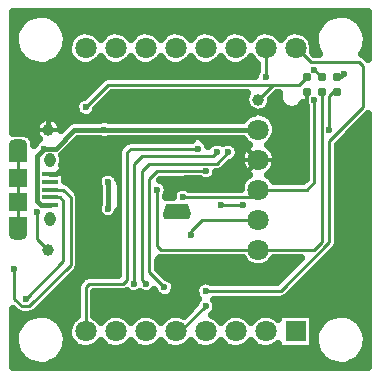
<source format=gtl>
G04 DipTrace 2.3.1.0*
%INminishiftmaster_Top.gtl*%
%MOIN*%
%ADD13C,0.01*%
%ADD14C,0.0157*%
%ADD15C,0.016*%
%ADD16C,0.025*%
%ADD17C,0.013*%
%ADD20R,0.0531X0.0157*%
%ADD21O,0.0374X0.0492*%
%ADD22O,0.061X0.0394*%
%ADD23R,0.061X0.0571*%
%ADD24R,0.061X0.0591*%
%ADD25C,0.0709*%
%ADD26C,0.0236*%
%ADD29R,0.0709X0.0709*%
%ADD32C,0.0394*%
%ADD33C,0.031*%
%FSLAX44Y44*%
G04*
G70*
G90*
G75*
G01*
%LNTop*%
%LPD*%
X4361Y7611D2*
D13*
Y6611D1*
X4611Y6361D1*
X4861D1*
X6236Y7736D1*
Y9986D1*
X5986Y10236D1*
X5549D1*
X4736Y6611D2*
X5986Y7861D1*
Y9861D1*
X5867Y9980D1*
X5549D1*
X12486Y11236D2*
X13861D1*
X14111Y11486D1*
Y13486D1*
X5549Y10748D2*
D14*
X5748D1*
D15*
X5986Y10986D1*
Y11361D1*
X6486Y11861D1*
X7861D1*
X7986Y11986D1*
X11736D1*
X12486Y11236D1*
X7861Y10491D2*
Y11861D1*
X11361Y10361D2*
X11611D1*
X12486Y11236D1*
X6861Y13486D2*
X6111D1*
X5861Y13236D1*
X8986Y13111D2*
X8486Y12611D1*
X6486D1*
X5861Y13236D1*
X7861Y10491D2*
Y8361D1*
Y7486D1*
X6736Y8361D2*
X7861D1*
X5486Y12236D2*
Y12861D1*
X5861Y13236D1*
X12486Y9236D2*
D13*
X10611D1*
X10236Y8861D1*
Y8736D1*
X15111Y13986D2*
X15236D1*
X15361Y14111D1*
X5486Y8236D2*
X5111Y8611D1*
Y9486D1*
X12486Y8236D2*
X14361D1*
X14611Y8486D1*
Y13486D1*
X9111Y10236D2*
Y8361D1*
X9236Y8236D1*
X12486D1*
X11236Y9736D2*
X11986D1*
X10736Y10861D2*
X9111D1*
X8861Y10611D1*
Y7486D1*
X9361Y6986D1*
X4486Y11427D2*
Y10630D1*
Y9843D1*
Y9045D1*
Y8760D1*
Y11713D2*
Y11427D1*
X11486Y11486D2*
X11111Y11111D1*
X8861D1*
X8611Y10861D1*
Y7236D1*
X8736Y7111D1*
X8361D2*
Y11111D1*
X8611Y11361D1*
X10986D1*
X11111Y11486D1*
X12736Y13986D2*
Y14961D1*
X10486Y11611D2*
X8236D1*
X8111Y11486D1*
Y7236D1*
X7986Y7111D1*
X6861D1*
X6736Y6986D1*
Y5512D1*
X9736D2*
X9887D1*
X10736Y6361D1*
X13736Y14961D2*
X13762D1*
X14236Y14486D1*
X15861D1*
X15986Y14361D1*
Y12986D1*
X14861Y11861D1*
Y8486D1*
X13236Y6861D1*
X10736D1*
X14111Y13986D2*
X13861Y13736D1*
X12986D1*
X12486Y13236D1*
X12986Y13736D2*
X7486D1*
X6736Y12986D1*
X12486Y10236D2*
X14111D1*
X14361Y10486D1*
Y13236D1*
Y14236D2*
X14611Y13986D1*
X9986Y9986D2*
X12236D1*
X12486Y10236D1*
X14861Y12236D2*
Y13361D1*
X14986Y13486D1*
X15111D1*
X5549Y9724D2*
D14*
X5248D1*
D15*
X5111Y9861D1*
Y11361D1*
X5361Y11611D1*
X5736D1*
X6361Y12236D1*
X7361D1*
X12486D1*
X7486Y10486D2*
Y9611D1*
D26*
X4361Y7611D3*
X4736Y6611D3*
X7861Y10491D3*
X5986Y10986D3*
X11361Y10361D3*
X6861Y13486D3*
X5861Y13236D3*
X8986Y13111D3*
X5861Y13236D3*
X7861Y10491D3*
Y7486D3*
X6736Y8361D3*
X5861Y13236D3*
X10236Y8736D3*
X15361Y14111D3*
X5111Y9486D3*
X9111Y10236D3*
X11236Y9736D3*
X11986D3*
X10736Y10861D3*
X9361Y6986D3*
X11486Y11486D3*
X8736Y7111D3*
X8361D3*
X11111Y11486D3*
X12736Y13986D3*
X10486Y11611D3*
X10736Y6361D3*
Y6861D3*
X6736Y12986D3*
X14361Y13236D3*
Y14236D3*
X9986Y9986D3*
X14861Y12236D3*
X5361Y11611D3*
X7361Y12236D3*
X7486Y10486D3*
Y9611D3*
X9236Y7486D3*
X4347Y15902D2*
D16*
X4658D1*
X5814D2*
X14658D1*
X15814D2*
X16127D1*
X6021Y15653D2*
X14455D1*
X6111Y15405D2*
X6322D1*
X7150D2*
X7322D1*
X8150D2*
X8322D1*
X9150D2*
X9322D1*
X10150D2*
X10322D1*
X11150D2*
X11322D1*
X12150D2*
X12322D1*
X13150D2*
X13322D1*
X14150D2*
X14361D1*
X4347Y14658D2*
X4568D1*
X5903D2*
X6205D1*
X4347Y14410D2*
X4955D1*
X5517D2*
X6502D1*
X6970D2*
X7502D1*
X7970D2*
X8502D1*
X8970D2*
X9502D1*
X9970D2*
X10502D1*
X10970D2*
X11502D1*
X11970D2*
X12428D1*
X4347Y14161D2*
X12404D1*
X4347Y13912D2*
X7236D1*
X4347Y13664D2*
X6986D1*
X4347Y13415D2*
X6736D1*
X7591D2*
X12068D1*
X4347Y13166D2*
X6408D1*
X7345D2*
X12037D1*
X12939D2*
X13186D1*
X4347Y12918D2*
X6365D1*
X7107D2*
X12170D1*
X12802D2*
X13467D1*
X13755D2*
X14053D1*
X4347Y12669D2*
X6557D1*
X6915D2*
X12061D1*
X12911D2*
X14053D1*
X4347Y12420D2*
X5072D1*
X5903D2*
X6076D1*
X13071D2*
X14053D1*
X15849D2*
X16127D1*
X4347Y12172D2*
X5033D1*
X13099D2*
X14053D1*
X15599D2*
X16127D1*
X13009Y11923D2*
X14053D1*
X15353D2*
X16127D1*
X6271Y11674D2*
X7873D1*
X11810D2*
X12068D1*
X12903D2*
X14053D1*
X15173D2*
X16127D1*
X6021Y11426D2*
X7803D1*
X13068D2*
X14053D1*
X15173D2*
X16127D1*
X5997Y11177D2*
X7803D1*
X11681D2*
X11877D1*
X13099D2*
X14053D1*
X15173D2*
X16127D1*
X6075Y10928D2*
X7803D1*
X11357D2*
X11959D1*
X13013D2*
X14053D1*
X15173D2*
X16127D1*
X6075Y10679D2*
X7166D1*
X11064D2*
X12072D1*
X12900D2*
X14053D1*
X15173D2*
X16127D1*
X6220Y10431D2*
X7111D1*
X9431D2*
X11904D1*
X15173D2*
X16127D1*
X6470Y10182D2*
X7146D1*
X9486D2*
X9668D1*
X15173D2*
X16127D1*
X6548Y9933D2*
X7146D1*
X15173D2*
X16127D1*
X6548Y9685D2*
X7115D1*
X15173D2*
X16127D1*
X6548Y9436D2*
X7154D1*
X15173D2*
X16127D1*
X6548Y9187D2*
X7803D1*
X15173D2*
X16127D1*
X6548Y8939D2*
X7803D1*
X15173D2*
X16127D1*
X6548Y8690D2*
X7803D1*
X15173D2*
X16127D1*
X6548Y8441D2*
X7803D1*
X15169D2*
X16127D1*
X6548Y8193D2*
X7803D1*
X14997D2*
X16127D1*
X6548Y7944D2*
X7803D1*
X9173D2*
X11951D1*
X13025D2*
X13893D1*
X14747D2*
X16127D1*
X6544Y7695D2*
X7803D1*
X9173D2*
X12228D1*
X12743D2*
X13643D1*
X14497D2*
X16127D1*
X6376Y7447D2*
X7803D1*
X9329D2*
X13393D1*
X14251D2*
X16127D1*
X6126Y7198D2*
X6521D1*
X9669D2*
X10603D1*
X10868D2*
X13146D1*
X14001D2*
X16127D1*
X5876Y6949D2*
X6428D1*
X9736D2*
X10369D1*
X13751D2*
X16127D1*
X5630Y6700D2*
X6428D1*
X7048D2*
X9131D1*
X9595D2*
X10396D1*
X13505D2*
X16127D1*
X5380Y6452D2*
X6428D1*
X7048D2*
X10369D1*
X11103D2*
X16127D1*
X5130Y6203D2*
X6428D1*
X7048D2*
X10150D1*
X11075D2*
X16127D1*
X4347Y5954D2*
X4728D1*
X5743D2*
X6322D1*
X7150D2*
X7322D1*
X8150D2*
X8322D1*
X9150D2*
X9322D1*
X11150D2*
X11322D1*
X12150D2*
X12322D1*
X14349D2*
X14728D1*
X15743D2*
X16127D1*
X4347Y5706D2*
X4486D1*
X5989D2*
X6154D1*
X14349D2*
X14489D1*
X15989D2*
X16125D1*
X6079Y4960D2*
X6506D1*
X6966D2*
X7506D1*
X7966D2*
X8506D1*
X8966D2*
X9506D1*
X9966D2*
X10506D1*
X10966D2*
X11506D1*
X11966D2*
X12506D1*
X12966D2*
X13123D1*
X4347Y4711D2*
X4525D1*
X5946D2*
X14525D1*
X15946D2*
X16127D1*
X4347Y4462D2*
X4826D1*
X5646D2*
X14826D1*
X15646D2*
X16127D1*
X5959Y11062D2*
X6050D1*
Y10514D1*
X6173Y10452D1*
X6438Y10188D1*
X6505Y10079D1*
X6485Y10125D1*
X6521Y9986D1*
Y7736D1*
X6492Y7612D1*
X6510Y7659D1*
X6438Y7535D1*
X5063Y6160D1*
X4954Y6093D1*
X5000Y6112D1*
X4861Y6076D1*
X4611D1*
X4487Y6106D1*
X4534Y6087D1*
X4410Y6160D1*
X4324Y6245D1*
X4322Y4322D1*
X16151D1*
Y12748D1*
X15146Y11736D1*
Y8486D1*
X15117Y8362D1*
X15135Y8409D1*
X15063Y8285D1*
X13438Y6660D1*
X13329Y6593D1*
X13375Y6612D1*
X13236Y6576D1*
X11014D1*
X11077Y6454D1*
X11089Y6361D1*
X11067Y6239D1*
X11004Y6132D1*
X10929Y6070D1*
X11064Y6001D1*
X11160Y5921D1*
X11234Y5826D1*
X11365Y5969D1*
X11469Y6037D1*
X11586Y6082D1*
X11709Y6101D1*
X11834Y6093D1*
X11954Y6060D1*
X12064Y6001D1*
X12160Y5921D1*
X12234Y5826D1*
X12365Y5969D1*
X12469Y6037D1*
X12586Y6082D1*
X12709Y6101D1*
X12834Y6093D1*
X12954Y6060D1*
X13064Y6001D1*
X13145Y5934D1*
X13147Y6101D1*
X14326D1*
Y4922D1*
X13147D1*
Y5090D1*
X13024Y4998D1*
X12909Y4948D1*
X12787Y4925D1*
X12662Y4927D1*
X12541Y4956D1*
X12428Y5009D1*
X12329Y5086D1*
X12236Y5205D1*
X12210Y5162D1*
X12126Y5070D1*
X12024Y4998D1*
X11909Y4948D1*
X11787Y4925D1*
X11662Y4927D1*
X11541Y4956D1*
X11428Y5009D1*
X11329Y5086D1*
X11236Y5205D1*
X11210Y5162D1*
X11126Y5070D1*
X11024Y4998D1*
X10909Y4948D1*
X10787Y4925D1*
X10662Y4927D1*
X10541Y4956D1*
X10428Y5009D1*
X10329Y5086D1*
X10236Y5205D1*
X10210Y5162D1*
X10126Y5070D1*
X10024Y4998D1*
X9909Y4948D1*
X9787Y4925D1*
X9662Y4927D1*
X9541Y4956D1*
X9428Y5009D1*
X9329Y5086D1*
X9236Y5205D1*
X9210Y5162D1*
X9126Y5070D1*
X9024Y4998D1*
X8909Y4948D1*
X8787Y4925D1*
X8662Y4927D1*
X8541Y4956D1*
X8428Y5009D1*
X8329Y5086D1*
X8236Y5205D1*
X8210Y5162D1*
X8126Y5070D1*
X8024Y4998D1*
X7909Y4948D1*
X7787Y4925D1*
X7662Y4927D1*
X7541Y4956D1*
X7428Y5009D1*
X7329Y5086D1*
X7236Y5205D1*
X7210Y5162D1*
X7126Y5070D1*
X7024Y4998D1*
X6909Y4948D1*
X6787Y4925D1*
X6662Y4927D1*
X6541Y4956D1*
X6428Y5009D1*
X6329Y5086D1*
X6249Y5181D1*
X6190Y5291D1*
X6156Y5411D1*
X6147Y5535D1*
X6166Y5659D1*
X6209Y5776D1*
X6277Y5881D1*
X6365Y5969D1*
X6453Y6027D1*
X6451Y6986D1*
X6481Y7110D1*
X6535Y7188D1*
X6660Y7313D1*
X6761Y7377D1*
X6722Y7360D1*
X6861Y7396D1*
X7826D1*
Y9514D1*
X7754Y9382D1*
X7658Y9303D1*
X7541Y9262D1*
X7416Y9265D1*
X7301Y9311D1*
X7208Y9394D1*
X7150Y9504D1*
X7133Y9627D1*
X7171Y9765D1*
Y10326D1*
X7150Y10379D1*
X7133Y10502D1*
X7161Y10623D1*
X7228Y10728D1*
X7328Y10802D1*
X7447Y10837D1*
X7571Y10829D1*
X7685Y10778D1*
X7774Y10691D1*
X7825Y10582D1*
X7826Y11486D1*
X7856Y11610D1*
X7910Y11688D1*
X8035Y11813D1*
X8136Y11877D1*
X8097Y11860D1*
X8236Y11896D1*
X10279D1*
X10236Y11921D1*
X7521D1*
X7416Y11887D1*
X7291Y11890D1*
X7215Y11920D1*
X6490Y11921D1*
X5956Y11386D1*
X5971Y11280D1*
X5967Y11161D1*
X5957Y11065D1*
X4324Y12139D2*
X4378Y12141D1*
X4594Y12144D1*
X4684Y12135D1*
X4801Y12092D1*
X4900Y12017D1*
X4954Y11946D1*
X5026Y11948D1*
Y11725D1*
X5103Y11853D1*
X5194Y11920D1*
X5128Y11994D1*
X5082Y12083D1*
X5058Y12180D1*
X5057Y12279D1*
X5078Y12377D1*
X5121Y12467D1*
X5184Y12544D1*
X5263Y12606D1*
X5353Y12647D1*
X5451Y12667D1*
X5551Y12663D1*
X5647Y12637D1*
X5735Y12589D1*
X5809Y12523D1*
X5866Y12441D1*
X5903Y12348D1*
X5918Y12238D1*
X6138Y12459D1*
X6242Y12528D1*
X6361Y12551D1*
X7203Y12552D1*
X7322Y12587D1*
X7446Y12579D1*
X7507Y12552D1*
X11990Y12551D1*
X12027Y12605D1*
X12115Y12694D1*
X12219Y12762D1*
X12336Y12806D1*
X12394Y12815D1*
X12296Y12848D1*
X12193Y12919D1*
X12115Y13015D1*
X12067Y13131D1*
X12055Y13255D1*
X12078Y13377D1*
X12111Y13451D1*
X7599Y13446D1*
X7083Y12930D1*
X7067Y12864D1*
X7004Y12757D1*
X6908Y12678D1*
X6791Y12637D1*
X6666Y12640D1*
X6551Y12686D1*
X6458Y12769D1*
X6400Y12879D1*
X6383Y13002D1*
X6411Y13123D1*
X6478Y13228D1*
X6578Y13302D1*
X6679Y13332D1*
X7285Y13938D1*
X7393Y14005D1*
X7347Y13985D1*
X7486Y14021D1*
X12389D1*
X12411Y14123D1*
X12451Y14185D1*
Y14443D1*
X12329Y14534D1*
X12236Y14654D1*
X12210Y14610D1*
X12126Y14518D1*
X12024Y14446D1*
X11909Y14397D1*
X11787Y14373D1*
X11662Y14376D1*
X11541Y14405D1*
X11428Y14458D1*
X11329Y14534D1*
X11236Y14654D1*
X11210Y14610D1*
X11126Y14518D1*
X11024Y14446D1*
X10909Y14397D1*
X10787Y14373D1*
X10662Y14376D1*
X10541Y14405D1*
X10428Y14458D1*
X10329Y14534D1*
X10236Y14654D1*
X10210Y14610D1*
X10126Y14518D1*
X10024Y14446D1*
X9909Y14397D1*
X9787Y14373D1*
X9662Y14376D1*
X9541Y14405D1*
X9428Y14458D1*
X9329Y14534D1*
X9236Y14654D1*
X9210Y14610D1*
X9126Y14518D1*
X9024Y14446D1*
X8909Y14397D1*
X8787Y14373D1*
X8662Y14376D1*
X8541Y14405D1*
X8428Y14458D1*
X8329Y14534D1*
X8236Y14654D1*
X8210Y14610D1*
X8126Y14518D1*
X8024Y14446D1*
X7909Y14397D1*
X7787Y14373D1*
X7662Y14376D1*
X7541Y14405D1*
X7428Y14458D1*
X7329Y14534D1*
X7236Y14654D1*
X7210Y14610D1*
X7126Y14518D1*
X7024Y14446D1*
X6909Y14397D1*
X6787Y14373D1*
X6662Y14376D1*
X6541Y14405D1*
X6428Y14458D1*
X6329Y14534D1*
X6249Y14630D1*
X6190Y14740D1*
X6156Y14860D1*
X6147Y14984D1*
X6166Y15108D1*
X6209Y15224D1*
X6277Y15330D1*
X6365Y15418D1*
X6469Y15486D1*
X6586Y15530D1*
X6709Y15549D1*
X6834Y15542D1*
X6954Y15508D1*
X7064Y15450D1*
X7160Y15370D1*
X7234Y15275D1*
X7365Y15418D1*
X7469Y15486D1*
X7586Y15530D1*
X7709Y15549D1*
X7834Y15542D1*
X7954Y15508D1*
X8064Y15450D1*
X8160Y15370D1*
X8234Y15275D1*
X8365Y15418D1*
X8469Y15486D1*
X8586Y15530D1*
X8709Y15549D1*
X8834Y15542D1*
X8954Y15508D1*
X9064Y15450D1*
X9160Y15370D1*
X9234Y15275D1*
X9365Y15418D1*
X9469Y15486D1*
X9586Y15530D1*
X9709Y15549D1*
X9834Y15542D1*
X9954Y15508D1*
X10064Y15450D1*
X10160Y15370D1*
X10234Y15275D1*
X10365Y15418D1*
X10469Y15486D1*
X10586Y15530D1*
X10709Y15549D1*
X10834Y15542D1*
X10954Y15508D1*
X11064Y15450D1*
X11160Y15370D1*
X11234Y15275D1*
X11365Y15418D1*
X11469Y15486D1*
X11586Y15530D1*
X11709Y15549D1*
X11834Y15542D1*
X11954Y15508D1*
X12064Y15450D1*
X12160Y15370D1*
X12234Y15275D1*
X12365Y15418D1*
X12469Y15486D1*
X12586Y15530D1*
X12709Y15549D1*
X12834Y15542D1*
X12954Y15508D1*
X13064Y15450D1*
X13160Y15370D1*
X13234Y15275D1*
X13365Y15418D1*
X13469Y15486D1*
X13586Y15530D1*
X13709Y15549D1*
X13834Y15542D1*
X13954Y15508D1*
X14064Y15450D1*
X14160Y15370D1*
X14237Y15272D1*
X14291Y15160D1*
X14320Y15038D1*
X14326Y14961D1*
X14306Y14818D1*
X14361Y14771D1*
X14506D1*
X14438Y14903D1*
X14398Y15021D1*
X14376Y15144D1*
X14372Y15269D1*
X14386Y15393D1*
X14417Y15514D1*
X14465Y15629D1*
X14530Y15736D1*
X14609Y15832D1*
X14702Y15916D1*
X14805Y15986D1*
X14918Y16040D1*
X15037Y16078D1*
X15160Y16098D1*
X15285Y16100D1*
X15409Y16084D1*
X15529Y16050D1*
X15643Y15999D1*
X15749Y15933D1*
X15844Y15852D1*
X15926Y15758D1*
X15994Y15653D1*
X16046Y15540D1*
X16082Y15420D1*
X16101Y15236D1*
X16092Y15112D1*
X16065Y14990D1*
X16021Y14873D1*
X15954Y14754D1*
X16007Y14731D1*
X16150Y14601D1*
X16151Y16151D1*
X4322D1*
Y12139D1*
X13062Y12112D2*
X13023Y11994D1*
X12960Y11886D1*
X12876Y11794D1*
X12796Y11738D1*
X12892Y11663D1*
X12973Y11568D1*
X13032Y11458D1*
X13067Y11339D1*
X13075Y11211D1*
X13057Y11088D1*
X13013Y10971D1*
X12945Y10866D1*
X12857Y10778D1*
X12798Y10736D1*
X12910Y10646D1*
X12999Y10523D1*
X13990Y10521D1*
X14078Y10606D1*
X14076Y12236D1*
Y13029D1*
X14025Y13106D1*
X13986Y13117D1*
X13894Y13006D1*
X13789Y12939D1*
X13669Y12905D1*
X13545Y12906D1*
X13426Y12943D1*
X13322Y13012D1*
X13242Y13107D1*
X13192Y13221D1*
X13176Y13345D1*
X13193Y13448D1*
X13099Y13446D1*
X12914Y13261D1*
X12900Y13113D1*
X12848Y13000D1*
X12765Y12907D1*
X12660Y12841D1*
X12581Y12819D1*
X12704Y12784D1*
X12814Y12726D1*
X12910Y12646D1*
X12987Y12547D1*
X13041Y12435D1*
X13070Y12314D1*
X13076Y12236D1*
X13062Y12112D1*
X12175Y11736D2*
X12079Y11810D1*
X11989Y11922D1*
X10654Y11921D1*
X10685Y11903D1*
X10774Y11816D1*
X10828Y11695D1*
X10853Y11728D1*
X10953Y11802D1*
X11072Y11837D1*
X11196Y11829D1*
X11299Y11783D1*
X11328Y11802D1*
X11447Y11837D1*
X11571Y11829D1*
X11685Y11778D1*
X11774Y11691D1*
X11827Y11579D1*
X11839Y11486D1*
X11817Y11364D1*
X11754Y11257D1*
X11658Y11178D1*
X11537Y11137D1*
X11313Y10910D1*
X11204Y10843D1*
X11250Y10862D1*
X11111Y10826D1*
X11084D1*
X11067Y10739D1*
X11004Y10632D1*
X10908Y10553D1*
X10791Y10512D1*
X10666Y10515D1*
X10551Y10561D1*
X10530Y10579D1*
X9486Y10576D1*
X9224Y10571D1*
X9310Y10528D1*
X9399Y10441D1*
X9452Y10329D1*
X9464Y10236D1*
X9442Y10114D1*
X9397Y10037D1*
X9396Y9982D1*
X9631Y9987D1*
X9661Y10123D1*
X9728Y10228D1*
X9828Y10302D1*
X9947Y10337D1*
X10071Y10329D1*
X10193Y10270D1*
X11896Y10271D1*
X11916Y10383D1*
X11959Y10500D1*
X12027Y10605D1*
X12115Y10694D1*
X12177Y10734D1*
X12079Y10810D1*
X11999Y10905D1*
X11940Y11015D1*
X11906Y11135D1*
X11897Y11260D1*
X11916Y11383D1*
X11959Y11500D1*
X12027Y11605D1*
X12115Y11694D1*
X12175Y11737D1*
X12998Y7950D2*
X12960Y7886D1*
X12876Y7794D1*
X12774Y7722D1*
X12659Y7673D1*
X12537Y7649D1*
X12412Y7652D1*
X12291Y7680D1*
X12178Y7734D1*
X12079Y7810D1*
X11999Y7905D1*
X11975Y7950D1*
X9201Y7953D1*
X9146Y7861D1*
X9151Y7599D1*
X9414Y7337D1*
X9560Y7278D1*
X9649Y7191D1*
X9702Y7079D1*
X9714Y6986D1*
X9692Y6864D1*
X9629Y6757D1*
X9533Y6678D1*
X9416Y6637D1*
X9291Y6640D1*
X9176Y6686D1*
X9083Y6769D1*
X9025Y6879D1*
X9021Y6906D1*
X9004Y6882D1*
X8908Y6803D1*
X8791Y6762D1*
X8666Y6765D1*
X8548Y6813D1*
X8416Y6762D1*
X8291Y6765D1*
X8176Y6811D1*
X8121Y6860D1*
X8007Y6827D1*
X7021Y6826D1*
Y6029D1*
X7160Y5921D1*
X7234Y5826D1*
X7365Y5969D1*
X7469Y6037D1*
X7586Y6082D1*
X7709Y6101D1*
X7834Y6093D1*
X7954Y6060D1*
X8064Y6001D1*
X8160Y5921D1*
X8234Y5826D1*
X8365Y5969D1*
X8469Y6037D1*
X8586Y6082D1*
X8709Y6101D1*
X8834Y6093D1*
X8954Y6060D1*
X9064Y6001D1*
X9160Y5921D1*
X9234Y5826D1*
X9365Y5969D1*
X9469Y6037D1*
X9586Y6082D1*
X9709Y6101D1*
X9834Y6093D1*
X9954Y6060D1*
X10006Y6032D1*
X10390Y6418D1*
X10411Y6498D1*
X10488Y6610D1*
X10458Y6644D1*
X10400Y6754D1*
X10383Y6877D1*
X10411Y6998D1*
X10478Y7103D1*
X10578Y7177D1*
X10697Y7212D1*
X10821Y7204D1*
X10943Y7145D1*
X13115Y7146D1*
X13921Y7949D1*
X13006Y7951D1*
X6092Y15112D2*
X6065Y14990D1*
X6021Y14873D1*
X5961Y14764D1*
X5885Y14664D1*
X5796Y14577D1*
X5695Y14503D1*
X5585Y14445D1*
X5467Y14403D1*
X5345Y14378D1*
X5220Y14371D1*
X5096Y14383D1*
X4974Y14412D1*
X4858Y14458D1*
X4750Y14521D1*
X4652Y14598D1*
X4566Y14689D1*
X4495Y14791D1*
X4438Y14903D1*
X4398Y15021D1*
X4376Y15144D1*
X4372Y15269D1*
X4386Y15393D1*
X4417Y15514D1*
X4465Y15629D1*
X4530Y15736D1*
X4609Y15832D1*
X4702Y15916D1*
X4805Y15986D1*
X4918Y16040D1*
X5037Y16078D1*
X5160Y16098D1*
X5285Y16100D1*
X5409Y16084D1*
X5529Y16050D1*
X5643Y15999D1*
X5749Y15933D1*
X5844Y15852D1*
X5926Y15758D1*
X5994Y15653D1*
X6046Y15540D1*
X6082Y15420D1*
X6101Y15236D1*
X6092Y15112D1*
X16092Y5112D2*
X16065Y4990D1*
X16021Y4873D1*
X15961Y4764D1*
X15885Y4664D1*
X15796Y4577D1*
X15695Y4503D1*
X15585Y4445D1*
X15467Y4403D1*
X15345Y4378D1*
X15220Y4371D1*
X15096Y4383D1*
X14974Y4412D1*
X14858Y4458D1*
X14750Y4521D1*
X14652Y4598D1*
X14566Y4689D1*
X14495Y4791D1*
X14438Y4903D1*
X14398Y5021D1*
X14376Y5144D1*
X14372Y5269D1*
X14386Y5393D1*
X14417Y5514D1*
X14465Y5629D1*
X14530Y5736D1*
X14609Y5832D1*
X14702Y5916D1*
X14805Y5986D1*
X14918Y6040D1*
X15037Y6078D1*
X15160Y6098D1*
X15285Y6100D1*
X15409Y6084D1*
X15529Y6050D1*
X15643Y5999D1*
X15749Y5933D1*
X15844Y5852D1*
X15926Y5758D1*
X15994Y5653D1*
X16046Y5540D1*
X16082Y5420D1*
X16101Y5236D1*
X16092Y5112D1*
X6092D2*
X6065Y4990D1*
X6021Y4873D1*
X5961Y4764D1*
X5885Y4664D1*
X5796Y4577D1*
X5695Y4503D1*
X5585Y4445D1*
X5467Y4403D1*
X5345Y4378D1*
X5220Y4371D1*
X5096Y4383D1*
X4974Y4412D1*
X4858Y4458D1*
X4750Y4521D1*
X4652Y4598D1*
X4566Y4689D1*
X4495Y4791D1*
X4438Y4903D1*
X4398Y5021D1*
X4376Y5144D1*
X4372Y5269D1*
X4386Y5393D1*
X4417Y5514D1*
X4465Y5629D1*
X4530Y5736D1*
X4609Y5832D1*
X4702Y5916D1*
X4805Y5986D1*
X4918Y6040D1*
X5037Y6078D1*
X5160Y6098D1*
X5285Y6100D1*
X5409Y6084D1*
X5529Y6050D1*
X5643Y5999D1*
X5749Y5933D1*
X5844Y5852D1*
X5926Y5758D1*
X5994Y5653D1*
X6046Y5540D1*
X6082Y5420D1*
X6101Y5236D1*
X6092Y5112D1*
X5549Y10748D2*
D17*
X6049D1*
X11897Y11236D2*
X13075D1*
X5486Y12668D2*
Y12236D1*
X5055D2*
X5918D1*
X14111Y13486D2*
Y13097D1*
D20*
X5549Y10748D3*
Y10492D3*
Y10236D3*
Y9980D3*
Y9724D3*
D21*
Y11220D3*
Y9252D3*
D22*
X4486Y11713D3*
Y8760D3*
D23*
Y11427D3*
Y9045D3*
D24*
Y10630D3*
Y9843D3*
D25*
X12486Y12236D3*
Y11236D3*
Y10236D3*
Y9236D3*
Y8236D3*
D29*
X13736Y5512D3*
D25*
X12736D3*
X11736D3*
X10736D3*
X9736D3*
X8736D3*
X7736D3*
X6736D3*
Y14961D3*
X7736D3*
X8736D3*
X9736D3*
X10736D3*
X11736D3*
X12736D3*
X13736D3*
D32*
X12486Y13236D3*
X5486Y8236D3*
Y12236D3*
D33*
X15111Y13486D3*
X14611D3*
X14111D3*
Y13986D3*
X14611D3*
X15111D3*
G36*
X9296Y9431D2*
X9416Y9752D1*
X10136D1*
X10256Y9431D1*
X10176Y9271D1*
X9336D1*
D1*
X9296Y9431D1*
G37*
M02*

</source>
